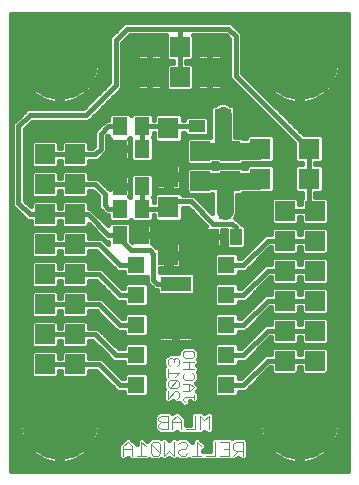
<source format=gbr>
G75*
G70*
%OFA0B0*%
%FSLAX24Y24*%
%IPPOS*%
%LPD*%
%AMOC8*
5,1,8,0,0,1.08239X$1,22.5*
%
%ADD10C,0.0030*%
%ADD11C,0.0040*%
%ADD12R,0.0512X0.0591*%
%ADD13R,0.0669X0.0709*%
%ADD14R,0.0709X0.0669*%
%ADD15R,0.0394X0.0551*%
%ADD16R,0.0551X0.0394*%
%ADD17R,0.0554X0.0554*%
%ADD18R,0.0650X0.0650*%
%ADD19C,0.2540*%
%ADD20R,0.1000X0.0500*%
%ADD21C,0.0560*%
%ADD22C,0.0160*%
D10*
X005795Y004097D02*
X006042Y004344D01*
X006104Y004344D01*
X006165Y004282D01*
X006165Y004158D01*
X006104Y004097D01*
X006295Y004102D02*
X006357Y004164D01*
X006665Y004164D01*
X006665Y004225D02*
X006665Y004102D01*
X006542Y004347D02*
X006295Y004347D01*
X006480Y004347D02*
X006480Y004594D01*
X006542Y004594D02*
X006295Y004594D01*
X006357Y004715D02*
X006295Y004777D01*
X006295Y004900D01*
X006357Y004962D01*
X006295Y005083D02*
X006665Y005083D01*
X006604Y004962D02*
X006665Y004900D01*
X006665Y004777D01*
X006604Y004715D01*
X006357Y004715D01*
X006165Y004650D02*
X006165Y004527D01*
X006104Y004465D01*
X005857Y004465D01*
X006104Y004712D01*
X005857Y004712D01*
X005795Y004650D01*
X005795Y004527D01*
X005857Y004465D01*
X005795Y004344D02*
X005795Y004097D01*
X006165Y004650D02*
X006104Y004712D01*
X006042Y004833D02*
X006165Y004957D01*
X005795Y004957D01*
X005795Y005080D02*
X005795Y004833D01*
X005857Y005202D02*
X005795Y005263D01*
X005795Y005387D01*
X005857Y005449D01*
X005918Y005449D01*
X005980Y005387D01*
X005980Y005325D01*
X005980Y005387D02*
X006042Y005449D01*
X006104Y005449D01*
X006165Y005387D01*
X006165Y005263D01*
X006104Y005202D01*
X006295Y005330D02*
X006665Y005330D01*
X006604Y005452D02*
X006357Y005452D01*
X006295Y005513D01*
X006295Y005637D01*
X006357Y005699D01*
X006604Y005699D01*
X006665Y005637D01*
X006665Y005513D01*
X006604Y005452D01*
X006480Y005330D02*
X006480Y005083D01*
X006542Y004594D02*
X006665Y004470D01*
X006542Y004347D01*
X006295Y004102D02*
X006295Y004040D01*
X006357Y003978D01*
D11*
X006086Y003535D02*
X005932Y003382D01*
X005932Y003075D01*
X005779Y003075D02*
X005779Y003535D01*
X005549Y003535D01*
X005472Y003459D01*
X005472Y003382D01*
X005549Y003305D01*
X005779Y003305D01*
X005932Y003305D02*
X006239Y003305D01*
X006239Y003382D02*
X006239Y003075D01*
X006393Y003075D02*
X006700Y003075D01*
X006700Y003535D01*
X006853Y003535D02*
X006853Y003075D01*
X007007Y003382D02*
X006853Y003535D01*
X007007Y003382D02*
X007160Y003535D01*
X007160Y003075D01*
X007364Y002660D02*
X007364Y002200D01*
X007057Y002200D01*
X006904Y002200D02*
X006597Y002200D01*
X006750Y002200D02*
X006750Y002660D01*
X006904Y002507D01*
X006443Y002507D02*
X006367Y002430D01*
X006213Y002430D01*
X006137Y002353D01*
X006137Y002277D01*
X006213Y002200D01*
X006367Y002200D01*
X006443Y002277D01*
X006443Y002507D02*
X006443Y002584D01*
X006367Y002660D01*
X006213Y002660D01*
X006137Y002584D01*
X005983Y002660D02*
X005983Y002200D01*
X005830Y002353D01*
X005676Y002200D01*
X005676Y002660D01*
X005523Y002584D02*
X005446Y002660D01*
X005292Y002660D01*
X005216Y002584D01*
X005523Y002277D01*
X005446Y002200D01*
X005292Y002200D01*
X005216Y002277D01*
X005216Y002584D01*
X005062Y002507D02*
X004909Y002660D01*
X004909Y002200D01*
X005062Y002200D02*
X004755Y002200D01*
X004602Y002200D02*
X004602Y002507D01*
X004448Y002660D01*
X004295Y002507D01*
X004295Y002200D01*
X004295Y002430D02*
X004602Y002430D01*
X005472Y003152D02*
X005549Y003075D01*
X005779Y003075D01*
X005549Y003305D02*
X005472Y003228D01*
X005472Y003152D01*
X005523Y002584D02*
X005523Y002277D01*
X006239Y003382D02*
X006086Y003535D01*
X007518Y002660D02*
X007825Y002660D01*
X007825Y002200D01*
X007518Y002200D01*
X007671Y002430D02*
X007825Y002430D01*
X007978Y002430D02*
X008055Y002353D01*
X008285Y002353D01*
X008285Y002200D02*
X008285Y002660D01*
X008055Y002660D01*
X007978Y002584D01*
X007978Y002430D01*
X008132Y002353D02*
X007978Y002200D01*
D12*
X004929Y009555D03*
X004929Y010430D03*
X004929Y011180D03*
X004181Y011180D03*
X004181Y010430D03*
X004181Y009555D03*
X004181Y012430D03*
X004181Y013180D03*
X004929Y013180D03*
X004929Y012430D03*
D13*
X005805Y013112D03*
X005805Y011498D03*
X005805Y010487D03*
X005805Y008873D03*
D14*
X008873Y011430D03*
X008873Y012430D03*
X010487Y012430D03*
X010487Y011430D03*
D15*
X008054Y009497D03*
X007680Y010363D03*
X007306Y009497D03*
D16*
X006747Y013181D03*
X006747Y013929D03*
X007613Y013555D03*
D17*
X007743Y008555D03*
X007743Y007555D03*
X007743Y006555D03*
X007743Y005555D03*
X007743Y004555D03*
X004743Y004555D03*
X004743Y005555D03*
X004743Y006555D03*
X004743Y007555D03*
X004743Y008555D03*
D18*
X002680Y008243D03*
X002680Y009243D03*
X002680Y010243D03*
X002680Y011243D03*
X002680Y012243D03*
X001680Y012243D03*
X001680Y011243D03*
X001680Y010243D03*
X001680Y009243D03*
X001680Y008243D03*
X001680Y007243D03*
X001680Y006243D03*
X001680Y005243D03*
X002680Y005243D03*
X002680Y006243D03*
X002680Y007243D03*
X006868Y011368D03*
X006868Y012368D03*
X007868Y012368D03*
X007868Y011368D03*
X009680Y010368D03*
X009680Y009368D03*
X009680Y008368D03*
X009680Y007368D03*
X009680Y006368D03*
X009680Y005368D03*
X010680Y005368D03*
X010680Y006368D03*
X010680Y007368D03*
X010680Y008368D03*
X010680Y009368D03*
X010680Y010368D03*
X007180Y014805D03*
X007180Y015805D03*
X006180Y015805D03*
X006180Y014805D03*
X005180Y014805D03*
X005180Y015805D03*
D19*
X002180Y015305D03*
X002180Y003305D03*
X010180Y003305D03*
X010180Y015305D03*
D20*
X006055Y007930D03*
X006055Y006305D03*
D21*
X007680Y010363D02*
X007680Y011180D01*
X007868Y011368D01*
X008810Y011368D01*
X008873Y011430D01*
X008810Y012368D02*
X008873Y012430D01*
X008810Y012368D02*
X007868Y012368D01*
X007743Y012368D01*
X007680Y012430D01*
X007613Y012497D01*
X007613Y013555D01*
X007868Y012368D02*
X006868Y012368D01*
X006868Y011368D02*
X007868Y011368D01*
D22*
X000560Y016925D02*
X000560Y001685D01*
X011800Y001685D01*
X011800Y016925D01*
X000560Y016925D01*
X000560Y016838D02*
X011800Y016838D01*
X011800Y016680D02*
X000560Y016680D01*
X000560Y016521D02*
X001591Y016521D01*
X001602Y016527D02*
X001485Y016464D01*
X001375Y016391D01*
X001272Y016306D01*
X001179Y016213D01*
X001094Y016110D01*
X001021Y016000D01*
X000958Y015883D01*
X000907Y015760D01*
X000869Y015633D01*
X000843Y015503D01*
X000831Y015385D01*
X002100Y015385D01*
X002100Y016654D01*
X001982Y016642D01*
X001852Y016616D01*
X001725Y016578D01*
X001602Y016527D01*
X001341Y016363D02*
X000560Y016363D01*
X000560Y016204D02*
X001171Y016204D01*
X001051Y016046D02*
X000560Y016046D01*
X000560Y015887D02*
X000960Y015887D01*
X000898Y015729D02*
X000560Y015729D01*
X000560Y015570D02*
X000856Y015570D01*
X000834Y015412D02*
X000560Y015412D01*
X000560Y015253D02*
X002100Y015253D01*
X002100Y015225D02*
X002100Y015385D01*
X002260Y015385D01*
X003529Y015385D01*
X003517Y015503D01*
X003491Y015633D01*
X003453Y015760D01*
X003402Y015883D01*
X003339Y016000D01*
X003266Y016110D01*
X003181Y016213D01*
X003088Y016306D01*
X002985Y016391D01*
X002875Y016464D01*
X002758Y016527D01*
X002635Y016578D01*
X002508Y016616D01*
X002378Y016642D01*
X002260Y016654D01*
X002260Y015385D01*
X002260Y015225D01*
X003529Y015225D01*
X003517Y015107D01*
X003491Y014977D01*
X003453Y014850D01*
X003402Y014727D01*
X003339Y014610D01*
X003266Y014500D01*
X003181Y014397D01*
X003088Y014304D01*
X002985Y014219D01*
X002875Y014146D01*
X002758Y014083D01*
X002635Y014032D01*
X002508Y013994D01*
X002378Y013968D01*
X002260Y013956D01*
X002260Y015225D01*
X002100Y015225D01*
X002100Y013956D01*
X001982Y013968D01*
X001852Y013994D01*
X001725Y014032D01*
X001602Y014083D01*
X001485Y014146D01*
X001375Y014219D01*
X001272Y014304D01*
X001179Y014397D01*
X001094Y014500D01*
X001021Y014610D01*
X000958Y014727D01*
X000907Y014850D01*
X000869Y014977D01*
X000843Y015107D01*
X000831Y015225D01*
X002100Y015225D01*
X002100Y015095D02*
X002260Y015095D01*
X002260Y015253D02*
X003835Y015253D01*
X003835Y015095D02*
X003515Y015095D01*
X003479Y014936D02*
X003835Y014936D01*
X003835Y014778D02*
X003423Y014778D01*
X003344Y014619D02*
X003808Y014619D01*
X003835Y014646D02*
X002964Y013775D01*
X001089Y013775D01*
X000714Y013400D01*
X000585Y013271D01*
X000585Y010526D01*
X001089Y010023D01*
X000560Y010023D01*
X000560Y010181D02*
X000930Y010181D01*
X000772Y010340D02*
X000560Y010340D01*
X000560Y010498D02*
X000613Y010498D01*
X000585Y010657D02*
X000560Y010657D01*
X000560Y010815D02*
X000585Y010815D01*
X000585Y010974D02*
X000560Y010974D01*
X000560Y011132D02*
X000585Y011132D01*
X000585Y011291D02*
X000560Y011291D01*
X000560Y011449D02*
X000585Y011449D01*
X000585Y011608D02*
X000560Y011608D01*
X000560Y011766D02*
X000585Y011766D01*
X000585Y011925D02*
X000560Y011925D01*
X000560Y012083D02*
X000585Y012083D01*
X000585Y012242D02*
X000560Y012242D01*
X000560Y012400D02*
X000585Y012400D01*
X000585Y012559D02*
X000560Y012559D01*
X000560Y012717D02*
X000585Y012717D01*
X000585Y012876D02*
X000560Y012876D01*
X000560Y013034D02*
X000585Y013034D01*
X000585Y013193D02*
X000560Y013193D01*
X000560Y013351D02*
X000665Y013351D01*
X000560Y013510D02*
X000823Y013510D01*
X000982Y013668D02*
X000560Y013668D01*
X000560Y013827D02*
X003015Y013827D01*
X003174Y013985D02*
X002464Y013985D01*
X002260Y013985D02*
X002100Y013985D01*
X002100Y014144D02*
X002260Y014144D01*
X002260Y014302D02*
X002100Y014302D01*
X002100Y014461D02*
X002260Y014461D01*
X002260Y014619D02*
X002100Y014619D01*
X002100Y014778D02*
X002260Y014778D01*
X002260Y014936D02*
X002100Y014936D01*
X002100Y015412D02*
X002260Y015412D01*
X002260Y015570D02*
X002100Y015570D01*
X002100Y015729D02*
X002260Y015729D01*
X002260Y015887D02*
X002100Y015887D01*
X002100Y016046D02*
X002260Y016046D01*
X002260Y016204D02*
X002100Y016204D01*
X002100Y016363D02*
X002260Y016363D01*
X002260Y016521D02*
X002100Y016521D01*
X002769Y016521D02*
X004210Y016521D01*
X004339Y016650D02*
X003835Y016146D01*
X003835Y014646D01*
X004055Y014555D02*
X004055Y016055D01*
X004430Y016430D01*
X006180Y016430D01*
X006180Y015805D01*
X006180Y014805D01*
X006645Y014778D02*
X006775Y014778D01*
X006775Y014797D02*
X006775Y014464D01*
X006787Y014435D01*
X006810Y014412D01*
X006839Y014400D01*
X007172Y014400D01*
X007172Y014797D01*
X006775Y014797D01*
X006775Y014813D02*
X007172Y014813D01*
X007172Y015210D01*
X006839Y015210D01*
X006810Y015198D01*
X006787Y015175D01*
X006775Y015146D01*
X006775Y014813D01*
X006775Y014936D02*
X006645Y014936D01*
X006645Y015095D02*
X006775Y015095D01*
X006645Y015188D02*
X006563Y015270D01*
X006400Y015270D01*
X006400Y015340D01*
X006563Y015340D01*
X006645Y015422D01*
X006645Y016188D01*
X006623Y016210D01*
X007714Y016210D01*
X007835Y016089D01*
X007835Y014771D01*
X009993Y012613D01*
X009993Y012037D01*
X010075Y011955D01*
X010267Y011955D01*
X010267Y011905D01*
X010075Y011905D01*
X009993Y011823D01*
X009993Y011037D01*
X010075Y010955D01*
X010267Y010955D01*
X010267Y010803D01*
X010215Y010750D01*
X010215Y010587D01*
X010145Y010587D01*
X010145Y010750D01*
X010063Y010832D01*
X009297Y010832D01*
X009215Y010750D01*
X009215Y009985D01*
X009297Y009903D01*
X010063Y009903D01*
X010145Y009985D01*
X010145Y010148D01*
X010215Y010148D01*
X010215Y009985D01*
X010297Y009903D01*
X011063Y009903D01*
X011145Y009985D01*
X011145Y010750D01*
X011063Y010832D01*
X010707Y010832D01*
X010707Y010955D01*
X010899Y010955D01*
X010981Y011037D01*
X010981Y011823D01*
X010899Y011905D01*
X010707Y011905D01*
X010707Y011955D01*
X010899Y011955D01*
X010981Y012037D01*
X010981Y012823D01*
X010899Y012905D01*
X010324Y012905D01*
X008275Y014953D01*
X008275Y016271D01*
X008146Y016400D01*
X008025Y016521D01*
X009591Y016521D01*
X009602Y016527D02*
X009485Y016464D01*
X009375Y016391D01*
X009272Y016306D01*
X009179Y016213D01*
X009094Y016110D01*
X009021Y016000D01*
X008958Y015883D01*
X008907Y015760D01*
X008869Y015633D01*
X008843Y015503D01*
X008831Y015385D01*
X010100Y015385D01*
X010100Y016654D01*
X009982Y016642D01*
X009852Y016616D01*
X009725Y016578D01*
X009602Y016527D01*
X009341Y016363D02*
X008184Y016363D01*
X008275Y016204D02*
X009171Y016204D01*
X009051Y016046D02*
X008275Y016046D01*
X008275Y015887D02*
X008960Y015887D01*
X008898Y015729D02*
X008275Y015729D01*
X008275Y015570D02*
X008856Y015570D01*
X008834Y015412D02*
X008275Y015412D01*
X008275Y015253D02*
X010100Y015253D01*
X010100Y015225D02*
X010100Y015385D01*
X010260Y015385D01*
X011529Y015385D01*
X011517Y015503D01*
X011491Y015633D01*
X011453Y015760D01*
X011402Y015883D01*
X011339Y016000D01*
X011266Y016110D01*
X011181Y016213D01*
X011088Y016306D01*
X010985Y016391D01*
X010875Y016464D01*
X010758Y016527D01*
X010635Y016578D01*
X010508Y016616D01*
X010378Y016642D01*
X010260Y016654D01*
X010260Y015385D01*
X010260Y015225D01*
X011529Y015225D01*
X011517Y015107D01*
X011491Y014977D01*
X011453Y014850D01*
X011402Y014727D01*
X011339Y014610D01*
X011266Y014500D01*
X011181Y014397D01*
X011088Y014304D01*
X010985Y014219D01*
X010875Y014146D01*
X010758Y014083D01*
X010635Y014032D01*
X010508Y013994D01*
X010378Y013968D01*
X010260Y013956D01*
X010260Y015225D01*
X010100Y015225D01*
X010100Y013956D01*
X009982Y013968D01*
X009852Y013994D01*
X009725Y014032D01*
X009602Y014083D01*
X009485Y014146D01*
X009375Y014219D01*
X009272Y014304D01*
X009179Y014397D01*
X009094Y014500D01*
X009021Y014610D01*
X008958Y014727D01*
X008907Y014850D01*
X008869Y014977D01*
X008843Y015107D01*
X008831Y015225D01*
X010100Y015225D01*
X010100Y015095D02*
X010260Y015095D01*
X010260Y015253D02*
X011800Y015253D01*
X011800Y015095D02*
X011515Y015095D01*
X011479Y014936D02*
X011800Y014936D01*
X011800Y014778D02*
X011423Y014778D01*
X011344Y014619D02*
X011800Y014619D01*
X011800Y014461D02*
X011233Y014461D01*
X011086Y014302D02*
X011800Y014302D01*
X011800Y014144D02*
X010871Y014144D01*
X010464Y013985D02*
X011800Y013985D01*
X011800Y013827D02*
X009402Y013827D01*
X009243Y013985D02*
X009896Y013985D01*
X010100Y013985D02*
X010260Y013985D01*
X010260Y014144D02*
X010100Y014144D01*
X010100Y014302D02*
X010260Y014302D01*
X010260Y014461D02*
X010100Y014461D01*
X010100Y014619D02*
X010260Y014619D01*
X010260Y014778D02*
X010100Y014778D01*
X010100Y014936D02*
X010260Y014936D01*
X010260Y015412D02*
X010100Y015412D01*
X010100Y015570D02*
X010260Y015570D01*
X010260Y015729D02*
X010100Y015729D01*
X010100Y015887D02*
X010260Y015887D01*
X010260Y016046D02*
X010100Y016046D01*
X010100Y016204D02*
X010260Y016204D01*
X010260Y016363D02*
X010100Y016363D01*
X010100Y016521D02*
X010260Y016521D01*
X010769Y016521D02*
X011800Y016521D01*
X011800Y016363D02*
X011019Y016363D01*
X011189Y016204D02*
X011800Y016204D01*
X011800Y016046D02*
X011309Y016046D01*
X011400Y015887D02*
X011800Y015887D01*
X011800Y015729D02*
X011462Y015729D01*
X011504Y015570D02*
X011800Y015570D01*
X011800Y015412D02*
X011526Y015412D01*
X011800Y013668D02*
X009560Y013668D01*
X009719Y013510D02*
X011800Y013510D01*
X011800Y013351D02*
X009877Y013351D01*
X010036Y013193D02*
X011800Y013193D01*
X011800Y013034D02*
X010194Y013034D01*
X009889Y012717D02*
X009367Y012717D01*
X009367Y012823D02*
X009285Y012905D01*
X008461Y012905D01*
X008379Y012823D01*
X008379Y012787D01*
X008295Y012787D01*
X008250Y012832D01*
X008033Y012832D01*
X008033Y013639D01*
X008029Y013649D01*
X008029Y013810D01*
X007947Y013892D01*
X007870Y013892D01*
X007851Y013911D01*
X007697Y013975D01*
X007530Y013975D01*
X007375Y013911D01*
X007356Y013892D01*
X007279Y013892D01*
X007197Y013810D01*
X007197Y013649D01*
X007193Y013639D01*
X007193Y012832D01*
X006485Y012832D01*
X006403Y012750D01*
X006403Y011985D01*
X006485Y011903D01*
X007250Y011903D01*
X007295Y011948D01*
X007440Y011948D01*
X007485Y011903D01*
X008250Y011903D01*
X008295Y011948D01*
X008894Y011948D01*
X008913Y011955D01*
X009285Y011955D01*
X009367Y012037D01*
X009367Y012823D01*
X009314Y012876D02*
X009730Y012876D01*
X009572Y013034D02*
X008033Y013034D01*
X008033Y012876D02*
X008431Y012876D01*
X008033Y013193D02*
X009413Y013193D01*
X009255Y013351D02*
X008033Y013351D01*
X008033Y013510D02*
X009096Y013510D01*
X008938Y013668D02*
X008029Y013668D01*
X008012Y013827D02*
X008779Y013827D01*
X008621Y013985D02*
X007103Y013985D01*
X007103Y013947D02*
X007103Y014142D01*
X007090Y014171D01*
X007068Y014194D01*
X007038Y014206D01*
X006765Y014206D01*
X006765Y013947D01*
X007103Y013947D01*
X007103Y013911D02*
X006765Y013911D01*
X006765Y013947D01*
X006729Y013947D01*
X006729Y014206D01*
X006455Y014206D01*
X006426Y014194D01*
X006404Y014171D01*
X006391Y014142D01*
X006391Y013947D01*
X006728Y013947D01*
X006728Y013911D01*
X006391Y013911D01*
X006391Y013716D01*
X006404Y013687D01*
X006426Y013664D01*
X006455Y013652D01*
X006729Y013652D01*
X006729Y013911D01*
X006765Y013911D01*
X006765Y013652D01*
X007038Y013652D01*
X007068Y013664D01*
X007090Y013687D01*
X007103Y013716D01*
X007103Y013911D01*
X007103Y013827D02*
X007214Y013827D01*
X007197Y013668D02*
X007072Y013668D01*
X007081Y013518D02*
X006413Y013518D01*
X006331Y013436D01*
X006331Y013401D01*
X006280Y013401D01*
X006280Y013524D01*
X006198Y013606D01*
X005412Y013606D01*
X005330Y013524D01*
X005330Y013400D01*
X005325Y013400D01*
X005325Y013533D01*
X005243Y013615D01*
X004615Y013615D01*
X004555Y013555D01*
X004495Y013615D01*
X003867Y013615D01*
X003785Y013533D01*
X003785Y013400D01*
X003714Y013400D01*
X003464Y013150D01*
X003335Y013021D01*
X003335Y012521D01*
X003276Y012462D01*
X003145Y012462D01*
X003145Y012625D01*
X003063Y012707D01*
X002297Y012707D01*
X002215Y012625D01*
X002215Y012462D01*
X002145Y012462D01*
X002145Y012625D01*
X002063Y012707D01*
X001297Y012707D01*
X001215Y012625D01*
X001215Y011860D01*
X001297Y011778D01*
X002063Y011778D01*
X002145Y011860D01*
X002145Y012023D01*
X002215Y012023D01*
X002215Y011860D01*
X002297Y011778D01*
X003063Y011778D01*
X003145Y011860D01*
X003145Y012023D01*
X003459Y012023D01*
X003587Y012151D01*
X003775Y012339D01*
X003775Y012839D01*
X003785Y012849D01*
X003785Y012827D01*
X003853Y012759D01*
X003845Y012741D01*
X003845Y012478D01*
X004133Y012478D01*
X004133Y012382D01*
X004229Y012382D01*
X004229Y012478D01*
X004517Y012478D01*
X004517Y012741D01*
X004509Y012759D01*
X004533Y012783D01*
X004533Y012077D01*
X004615Y011995D01*
X005243Y011995D01*
X005325Y012077D01*
X005325Y012783D01*
X005303Y012805D01*
X005325Y012827D01*
X005325Y012960D01*
X005330Y012960D01*
X005330Y012700D01*
X005412Y012618D01*
X006198Y012618D01*
X006280Y012700D01*
X006280Y012961D01*
X006331Y012961D01*
X006331Y012926D01*
X006413Y012844D01*
X007081Y012844D01*
X007163Y012926D01*
X007163Y013436D01*
X007081Y013518D01*
X007089Y013510D02*
X007193Y013510D01*
X007193Y013351D02*
X007163Y013351D01*
X007163Y013193D02*
X007193Y013193D01*
X007193Y013034D02*
X007163Y013034D01*
X007193Y012876D02*
X007112Y012876D01*
X006747Y013181D02*
X005986Y013181D01*
X005805Y013112D01*
X005737Y013180D01*
X004929Y013180D01*
X004929Y012430D01*
X004533Y012400D02*
X004229Y012400D01*
X004229Y012382D02*
X004517Y012382D01*
X004517Y012119D01*
X004505Y012089D01*
X004482Y012067D01*
X004453Y012055D01*
X004229Y012055D01*
X004229Y012382D01*
X004181Y012430D02*
X004181Y011180D01*
X004229Y011228D02*
X004517Y011228D01*
X004517Y011491D01*
X004505Y011521D01*
X004482Y011543D01*
X004453Y011555D01*
X004229Y011555D01*
X004229Y011228D01*
X004229Y011132D01*
X004517Y011132D01*
X004533Y011132D01*
X004517Y011132D02*
X004517Y010869D01*
X004509Y010851D01*
X004533Y010827D01*
X004533Y011533D01*
X004615Y011615D01*
X005243Y011615D01*
X005325Y011533D01*
X005325Y010827D01*
X005303Y010805D01*
X005325Y010783D01*
X005325Y010650D01*
X005330Y010650D01*
X005330Y010899D01*
X005412Y010981D01*
X006198Y010981D01*
X006279Y010900D01*
X006646Y010900D01*
X006775Y010771D01*
X007260Y010286D01*
X007260Y010912D01*
X007250Y010903D01*
X006485Y010903D01*
X006403Y010985D01*
X006403Y011750D01*
X006485Y011832D01*
X007250Y011832D01*
X007295Y011787D01*
X007440Y011787D01*
X007485Y011832D01*
X008250Y011832D01*
X008295Y011787D01*
X008379Y011787D01*
X008379Y011823D01*
X008461Y011905D01*
X009285Y011905D01*
X009367Y011823D01*
X009367Y011037D01*
X009285Y010955D01*
X008913Y010955D01*
X008894Y010948D01*
X008295Y010948D01*
X008250Y010903D01*
X008100Y010903D01*
X008100Y010280D01*
X008039Y010132D01*
X008150Y010021D01*
X008259Y009913D01*
X008309Y009913D01*
X008391Y009831D01*
X008391Y009163D01*
X008309Y009081D01*
X007799Y009081D01*
X007717Y009163D01*
X007717Y009710D01*
X007583Y009710D01*
X007583Y009515D01*
X007324Y009515D01*
X007324Y009479D01*
X007583Y009479D01*
X007583Y009205D01*
X007571Y009176D01*
X007548Y009154D01*
X007519Y009141D01*
X007324Y009141D01*
X007324Y009478D01*
X007288Y009478D01*
X007288Y009141D01*
X007093Y009141D01*
X007064Y009154D01*
X007041Y009176D01*
X007029Y009205D01*
X007029Y009479D01*
X007288Y009479D01*
X007288Y009515D01*
X007029Y009515D01*
X007029Y009788D01*
X007041Y009818D01*
X007064Y009840D01*
X007078Y009846D01*
X006464Y010460D01*
X006280Y010460D01*
X006280Y010075D01*
X006198Y009993D01*
X005412Y009993D01*
X005330Y010075D01*
X005330Y010210D01*
X005325Y010210D01*
X005325Y010077D01*
X005243Y009995D01*
X004615Y009995D01*
X004555Y010055D01*
X004495Y009995D01*
X003867Y009995D01*
X003785Y010077D01*
X003785Y010210D01*
X003714Y010210D01*
X003589Y010335D01*
X003460Y010464D01*
X003460Y010839D01*
X003276Y011023D01*
X003145Y011023D01*
X003145Y010860D01*
X003063Y010778D01*
X002297Y010778D01*
X002215Y010860D01*
X002215Y011023D01*
X002145Y011023D01*
X002145Y010860D01*
X002063Y010778D01*
X001297Y010778D01*
X001215Y010860D01*
X001215Y011625D01*
X001297Y011707D01*
X002063Y011707D01*
X002145Y011625D01*
X002145Y011462D01*
X002215Y011462D01*
X002215Y011625D01*
X002297Y011707D01*
X003063Y011707D01*
X003145Y011625D01*
X003145Y011462D01*
X003459Y011462D01*
X003587Y011334D01*
X003845Y011076D01*
X003845Y011132D01*
X003789Y011132D01*
X003845Y011132D02*
X004133Y011132D01*
X004133Y011228D01*
X004133Y011555D01*
X003909Y011555D01*
X003880Y011543D01*
X003857Y011521D01*
X003845Y011491D01*
X003845Y011228D01*
X004133Y011228D01*
X004229Y011228D01*
X004229Y011291D02*
X004133Y011291D01*
X004133Y011449D02*
X004229Y011449D01*
X004517Y011449D02*
X004533Y011449D01*
X004517Y011291D02*
X004533Y011291D01*
X004517Y010974D02*
X004533Y010974D01*
X004929Y011179D02*
X004929Y010430D01*
X005748Y010430D01*
X005805Y010487D01*
X005805Y010555D01*
X005930Y010680D01*
X006555Y010680D01*
X007305Y009930D01*
X007930Y009930D01*
X008054Y009806D01*
X008054Y009497D01*
X008391Y009547D02*
X008986Y009547D01*
X009026Y009587D02*
X008898Y009459D01*
X008214Y008775D01*
X008160Y008775D01*
X008160Y008890D01*
X008078Y008972D01*
X007407Y008972D01*
X007325Y008890D01*
X007325Y008220D01*
X007407Y008138D01*
X008078Y008138D01*
X008160Y008220D01*
X008160Y008335D01*
X008396Y008335D01*
X009209Y009148D01*
X009215Y009148D01*
X009215Y008985D01*
X009297Y008903D01*
X010063Y008903D01*
X010145Y008985D01*
X010145Y009148D01*
X010215Y009148D01*
X010215Y008985D01*
X010297Y008903D01*
X011063Y008903D01*
X011145Y008985D01*
X011145Y009750D01*
X011063Y009832D01*
X010297Y009832D01*
X010215Y009750D01*
X010215Y009587D01*
X010145Y009587D01*
X010145Y009750D01*
X010063Y009832D01*
X009297Y009832D01*
X009215Y009750D01*
X009215Y009587D01*
X009026Y009587D01*
X009215Y009706D02*
X008391Y009706D01*
X008357Y009864D02*
X011800Y009864D01*
X011800Y009706D02*
X011145Y009706D01*
X011145Y009547D02*
X011800Y009547D01*
X011800Y009389D02*
X011145Y009389D01*
X011145Y009230D02*
X011800Y009230D01*
X011800Y009072D02*
X011145Y009072D01*
X011074Y008913D02*
X011800Y008913D01*
X011800Y008755D02*
X011141Y008755D01*
X011145Y008750D02*
X011063Y008832D01*
X010297Y008832D01*
X010215Y008750D01*
X010215Y008587D01*
X010145Y008587D01*
X010145Y008750D01*
X010063Y008832D01*
X009297Y008832D01*
X009215Y008750D01*
X009215Y008587D01*
X009026Y008587D01*
X008898Y008459D01*
X008214Y007775D01*
X008160Y007775D01*
X008160Y007890D01*
X008078Y007972D01*
X007407Y007972D01*
X007325Y007890D01*
X007325Y007220D01*
X007407Y007138D01*
X008078Y007138D01*
X008160Y007220D01*
X008160Y007335D01*
X008396Y007335D01*
X009209Y008148D01*
X009215Y008148D01*
X009215Y007985D01*
X009297Y007903D01*
X010063Y007903D01*
X010145Y007985D01*
X010145Y008148D01*
X010215Y008148D01*
X010215Y007985D01*
X010297Y007903D01*
X011063Y007903D01*
X011145Y007985D01*
X011145Y008750D01*
X011145Y008596D02*
X011800Y008596D01*
X011800Y008438D02*
X011145Y008438D01*
X011145Y008279D02*
X011800Y008279D01*
X011800Y008121D02*
X011145Y008121D01*
X011123Y007962D02*
X011800Y007962D01*
X011800Y007804D02*
X011092Y007804D01*
X011063Y007832D02*
X010297Y007832D01*
X010215Y007750D01*
X010215Y007587D01*
X010145Y007587D01*
X010145Y007750D01*
X010063Y007832D01*
X009297Y007832D01*
X009215Y007750D01*
X009215Y007587D01*
X009026Y007587D01*
X008898Y007459D01*
X008214Y006775D01*
X008160Y006775D01*
X008160Y006890D01*
X008078Y006972D01*
X007407Y006972D01*
X007325Y006890D01*
X007325Y006220D01*
X007407Y006138D01*
X008078Y006138D01*
X008160Y006220D01*
X008160Y006335D01*
X008396Y006335D01*
X009209Y007148D01*
X009215Y007148D01*
X009215Y006985D01*
X009297Y006903D01*
X010063Y006903D01*
X010145Y006985D01*
X010145Y007148D01*
X010215Y007148D01*
X010215Y006985D01*
X010297Y006903D01*
X011063Y006903D01*
X011145Y006985D01*
X011145Y007750D01*
X011063Y007832D01*
X011145Y007645D02*
X011800Y007645D01*
X011800Y007487D02*
X011145Y007487D01*
X011145Y007328D02*
X011800Y007328D01*
X011800Y007170D02*
X011145Y007170D01*
X011145Y007011D02*
X011800Y007011D01*
X011800Y006853D02*
X008914Y006853D01*
X009072Y007011D02*
X009215Y007011D01*
X009297Y006832D02*
X009215Y006750D01*
X009215Y006587D01*
X009026Y006587D01*
X008898Y006459D01*
X008214Y005775D01*
X008160Y005775D01*
X008160Y005890D01*
X008078Y005972D01*
X007407Y005972D01*
X007325Y005890D01*
X007325Y005220D01*
X007407Y005138D01*
X008078Y005138D01*
X008160Y005220D01*
X008160Y005335D01*
X008396Y005335D01*
X009209Y006148D01*
X009215Y006148D01*
X009215Y005985D01*
X009297Y005903D01*
X010063Y005903D01*
X010145Y005985D01*
X010145Y006148D01*
X010215Y006148D01*
X010215Y005985D01*
X010297Y005903D01*
X011063Y005903D01*
X011145Y005985D01*
X011145Y006750D01*
X011063Y006832D01*
X010297Y006832D01*
X010215Y006750D01*
X010215Y006587D01*
X010145Y006587D01*
X010145Y006750D01*
X010063Y006832D01*
X009297Y006832D01*
X009215Y006694D02*
X008755Y006694D01*
X008597Y006536D02*
X008974Y006536D01*
X009118Y006368D02*
X009680Y006368D01*
X010680Y006368D01*
X011145Y006377D02*
X011800Y006377D01*
X011800Y006219D02*
X011145Y006219D01*
X011145Y006060D02*
X011800Y006060D01*
X011800Y005902D02*
X008963Y005902D01*
X009121Y006060D02*
X009215Y006060D01*
X009297Y005832D02*
X009215Y005750D01*
X009215Y005587D01*
X009026Y005587D01*
X008898Y005459D01*
X008214Y004775D01*
X008160Y004775D01*
X008160Y004890D01*
X008078Y004972D01*
X007407Y004972D01*
X007325Y004890D01*
X007325Y004220D01*
X007407Y004138D01*
X008078Y004138D01*
X008160Y004220D01*
X008160Y004335D01*
X008396Y004335D01*
X009209Y005148D01*
X009215Y005148D01*
X009215Y004985D01*
X009297Y004903D01*
X010063Y004903D01*
X010145Y004985D01*
X010145Y005148D01*
X010215Y005148D01*
X010215Y004985D01*
X010297Y004903D01*
X011063Y004903D01*
X011145Y004985D01*
X011145Y005750D01*
X011063Y005832D01*
X010297Y005832D01*
X010215Y005750D01*
X010215Y005587D01*
X010145Y005587D01*
X010145Y005750D01*
X010063Y005832D01*
X009297Y005832D01*
X009215Y005743D02*
X008804Y005743D01*
X008646Y005585D02*
X009023Y005585D01*
X008865Y005426D02*
X008487Y005426D01*
X008305Y005555D02*
X009118Y006368D01*
X008816Y006377D02*
X008438Y006377D01*
X008305Y006555D02*
X009118Y007368D01*
X009180Y007368D01*
X009680Y007368D01*
X010680Y007368D01*
X010215Y007645D02*
X010145Y007645D01*
X010092Y007804D02*
X010268Y007804D01*
X010237Y007962D02*
X010123Y007962D01*
X010145Y008121D02*
X010215Y008121D01*
X010215Y008596D02*
X010145Y008596D01*
X010141Y008755D02*
X010219Y008755D01*
X010286Y008913D02*
X010074Y008913D01*
X010145Y009072D02*
X010215Y009072D01*
X010680Y009368D02*
X009680Y009368D01*
X009118Y009368D01*
X008305Y008555D01*
X007743Y008555D01*
X007325Y008596D02*
X006220Y008596D01*
X006220Y008503D02*
X006220Y008793D01*
X005885Y008793D01*
X005885Y008953D01*
X005725Y008953D01*
X005725Y009307D01*
X005454Y009307D01*
X005425Y009295D01*
X005403Y009273D01*
X005390Y009243D01*
X005390Y009156D01*
X005271Y009275D01*
X005265Y009275D01*
X005265Y009507D01*
X004977Y009507D01*
X004977Y009603D01*
X004881Y009603D01*
X004881Y009507D01*
X004593Y009507D01*
X004593Y009328D01*
X004577Y009344D01*
X004577Y009908D01*
X004495Y009990D01*
X003867Y009990D01*
X003785Y009908D01*
X003785Y009886D01*
X003209Y010462D01*
X003145Y010462D01*
X003145Y010625D01*
X003063Y010707D01*
X002297Y010707D01*
X002215Y010625D01*
X002215Y010462D01*
X002145Y010462D01*
X002145Y010625D01*
X002063Y010707D01*
X001297Y010707D01*
X001215Y010625D01*
X001215Y010519D01*
X001025Y010709D01*
X001025Y013089D01*
X001271Y013335D01*
X003146Y013335D01*
X004146Y014335D01*
X004275Y014464D01*
X004275Y015964D01*
X004521Y016210D01*
X005737Y016210D01*
X005715Y016188D01*
X005715Y015422D01*
X005797Y015340D01*
X005960Y015340D01*
X005960Y015270D01*
X005797Y015270D01*
X005715Y015188D01*
X005715Y014422D01*
X005797Y014340D01*
X006563Y014340D01*
X006645Y014422D01*
X006645Y015188D01*
X006580Y015253D02*
X007835Y015253D01*
X007835Y015095D02*
X007585Y015095D01*
X007585Y015146D02*
X007573Y015175D01*
X007550Y015198D01*
X007521Y015210D01*
X007188Y015210D01*
X007188Y014813D01*
X007172Y014813D01*
X007172Y014797D01*
X007188Y014797D01*
X007188Y014813D01*
X007585Y014813D01*
X007585Y015146D01*
X007585Y014936D02*
X007835Y014936D01*
X007835Y014778D02*
X007585Y014778D01*
X007585Y014797D02*
X007188Y014797D01*
X007188Y014400D01*
X007521Y014400D01*
X007550Y014412D01*
X007573Y014435D01*
X007585Y014464D01*
X007585Y014797D01*
X007585Y014619D02*
X007987Y014619D01*
X008145Y014461D02*
X007584Y014461D01*
X007188Y014461D02*
X007172Y014461D01*
X007172Y014619D02*
X007188Y014619D01*
X007172Y014778D02*
X007188Y014778D01*
X007172Y014936D02*
X007188Y014936D01*
X007172Y015095D02*
X007188Y015095D01*
X007188Y015400D02*
X007521Y015400D01*
X007550Y015412D01*
X007573Y015435D01*
X007585Y015464D01*
X007585Y015797D01*
X007188Y015797D01*
X007188Y015813D01*
X007172Y015813D01*
X007172Y016210D01*
X006839Y016210D01*
X006810Y016198D01*
X006787Y016175D01*
X006775Y016146D01*
X006775Y015813D01*
X007172Y015813D01*
X007172Y015797D01*
X006775Y015797D01*
X006775Y015464D01*
X006787Y015435D01*
X006810Y015412D01*
X006839Y015400D01*
X007172Y015400D01*
X007172Y015797D01*
X007188Y015797D01*
X007188Y015400D01*
X007188Y015412D02*
X007172Y015412D01*
X007172Y015570D02*
X007188Y015570D01*
X007172Y015729D02*
X007188Y015729D01*
X007188Y015813D02*
X007585Y015813D01*
X007585Y016146D01*
X007573Y016175D01*
X007550Y016198D01*
X007521Y016210D01*
X007188Y016210D01*
X007188Y015813D01*
X007188Y015887D02*
X007172Y015887D01*
X007172Y016046D02*
X007188Y016046D01*
X007172Y016204D02*
X007188Y016204D01*
X007535Y016204D02*
X007720Y016204D01*
X007835Y016046D02*
X007585Y016046D01*
X007585Y015887D02*
X007835Y015887D01*
X007835Y015729D02*
X007585Y015729D01*
X007585Y015570D02*
X007835Y015570D01*
X007835Y015412D02*
X007549Y015412D01*
X008055Y014862D02*
X010487Y012430D01*
X010487Y011430D01*
X010487Y010425D01*
X010430Y010368D01*
X010680Y010368D01*
X010430Y010368D02*
X009680Y010368D01*
X010145Y010657D02*
X010215Y010657D01*
X010267Y010815D02*
X010080Y010815D01*
X010057Y010974D02*
X009303Y010974D01*
X009280Y010815D02*
X008100Y010815D01*
X008100Y010657D02*
X009215Y010657D01*
X009215Y010498D02*
X008100Y010498D01*
X008100Y010340D02*
X009215Y010340D01*
X009215Y010181D02*
X008059Y010181D01*
X008149Y010023D02*
X009215Y010023D01*
X008827Y009389D02*
X008391Y009389D01*
X008391Y009230D02*
X008669Y009230D01*
X008510Y009072D02*
X006220Y009072D01*
X006220Y008953D02*
X006220Y009243D01*
X006207Y009273D01*
X006185Y009295D01*
X006156Y009307D01*
X005885Y009307D01*
X005885Y008953D01*
X006220Y008953D01*
X006220Y008755D02*
X007325Y008755D01*
X007348Y008913D02*
X005885Y008913D01*
X005885Y008793D02*
X005885Y008439D01*
X006156Y008439D01*
X006185Y008451D01*
X006207Y008473D01*
X006220Y008503D01*
X005885Y008596D02*
X005725Y008596D01*
X005725Y008439D02*
X005725Y008793D01*
X005885Y008793D01*
X005885Y008755D02*
X005725Y008755D01*
X005725Y008439D02*
X005525Y008439D01*
X005525Y008320D01*
X006613Y008320D01*
X006695Y008238D01*
X006695Y007622D01*
X006613Y007540D01*
X005497Y007540D01*
X005415Y007622D01*
X005415Y007710D01*
X005339Y007710D01*
X005210Y007839D01*
X005160Y007889D01*
X005160Y007220D01*
X005078Y007138D01*
X004407Y007138D01*
X004325Y007220D01*
X004325Y007335D01*
X004089Y007335D01*
X003401Y008023D01*
X003145Y008023D01*
X003145Y007860D01*
X003063Y007778D01*
X002297Y007778D01*
X002215Y007860D01*
X002215Y008023D01*
X002145Y008023D01*
X002145Y007860D01*
X002063Y007778D01*
X001297Y007778D01*
X001215Y007860D01*
X001215Y008625D01*
X001297Y008707D01*
X002063Y008707D01*
X002145Y008625D01*
X002145Y008462D01*
X002215Y008462D01*
X002215Y008625D01*
X002297Y008707D01*
X003063Y008707D01*
X003145Y008625D01*
X003145Y008462D01*
X003584Y008462D01*
X003712Y008334D01*
X004271Y007775D01*
X004325Y007775D01*
X004325Y007890D01*
X004407Y007972D01*
X005078Y007972D01*
X005085Y007965D01*
X005085Y008145D01*
X005078Y008138D01*
X004407Y008138D01*
X004325Y008220D01*
X004325Y008335D01*
X004089Y008335D01*
X003401Y009023D01*
X003145Y009023D01*
X003145Y008860D01*
X003063Y008778D01*
X002297Y008778D01*
X002215Y008860D01*
X002215Y009023D01*
X002145Y009023D01*
X002145Y008860D01*
X002063Y008778D01*
X001297Y008778D01*
X001215Y008860D01*
X001215Y009625D01*
X001297Y009707D01*
X002063Y009707D01*
X002145Y009625D01*
X002145Y009462D01*
X002215Y009462D01*
X002215Y009625D01*
X002297Y009707D01*
X003063Y009707D01*
X003145Y009625D01*
X003145Y009462D01*
X003584Y009462D01*
X003712Y009334D01*
X003785Y009261D01*
X003785Y009335D01*
X003714Y009335D01*
X003585Y009464D01*
X003145Y009904D01*
X003145Y009860D01*
X003063Y009778D01*
X002297Y009778D01*
X002215Y009860D01*
X002215Y010023D01*
X002145Y010023D01*
X002145Y009860D01*
X002063Y009778D01*
X001297Y009778D01*
X001215Y009860D01*
X001215Y010023D01*
X001089Y010023D01*
X001215Y009864D02*
X000560Y009864D01*
X000560Y009706D02*
X001295Y009706D01*
X001215Y009547D02*
X000560Y009547D01*
X000560Y009389D02*
X001215Y009389D01*
X001215Y009230D02*
X000560Y009230D01*
X000560Y009072D02*
X001215Y009072D01*
X001215Y008913D02*
X000560Y008913D01*
X000560Y008755D02*
X003669Y008755D01*
X003511Y008913D02*
X003145Y008913D01*
X003145Y008596D02*
X003828Y008596D01*
X003986Y008438D02*
X003609Y008438D01*
X003767Y008279D02*
X004325Y008279D01*
X004180Y008555D02*
X003493Y009243D01*
X002680Y009243D01*
X001680Y009243D01*
X002145Y009547D02*
X002215Y009547D01*
X002295Y009706D02*
X002065Y009706D01*
X002145Y009864D02*
X002215Y009864D01*
X002680Y010243D02*
X003118Y010243D01*
X003805Y009555D01*
X004181Y009555D01*
X004181Y009429D01*
X004555Y009055D01*
X005180Y009055D01*
X005305Y008930D01*
X005305Y008055D01*
X005430Y007930D01*
X006055Y007930D01*
X005525Y008438D02*
X007325Y008438D01*
X007325Y008279D02*
X006654Y008279D01*
X006695Y008121D02*
X008559Y008121D01*
X008718Y008279D02*
X008160Y008279D01*
X008088Y007962D02*
X008401Y007962D01*
X008242Y007804D02*
X008160Y007804D01*
X008305Y007555D02*
X009118Y008368D01*
X009680Y008368D01*
X010680Y008368D01*
X010215Y009706D02*
X010145Y009706D01*
X010145Y010023D02*
X010215Y010023D01*
X009993Y011132D02*
X009367Y011132D01*
X009367Y011291D02*
X009993Y011291D01*
X009993Y011449D02*
X009367Y011449D01*
X009367Y011608D02*
X009993Y011608D01*
X009993Y011766D02*
X009367Y011766D01*
X009367Y012083D02*
X009993Y012083D01*
X009993Y012242D02*
X009367Y012242D01*
X009367Y012400D02*
X009993Y012400D01*
X009993Y012559D02*
X009367Y012559D01*
X010267Y011925D02*
X008273Y011925D01*
X007462Y011925D02*
X007273Y011925D01*
X007260Y010815D02*
X006731Y010815D01*
X006890Y010657D02*
X007260Y010657D01*
X007260Y010498D02*
X007048Y010498D01*
X007207Y010340D02*
X007260Y010340D01*
X006901Y010023D02*
X006227Y010023D01*
X006280Y010181D02*
X006743Y010181D01*
X006584Y010340D02*
X006280Y010340D01*
X006206Y010974D02*
X006413Y010974D01*
X006403Y011132D02*
X006220Y011132D01*
X006220Y011128D02*
X006220Y011418D01*
X005885Y011418D01*
X005885Y011578D01*
X005725Y011578D01*
X005725Y011932D01*
X005454Y011932D01*
X005425Y011920D01*
X005403Y011898D01*
X005390Y011868D01*
X005390Y011578D01*
X005725Y011578D01*
X005725Y011418D01*
X005390Y011418D01*
X005390Y011128D01*
X005403Y011098D01*
X005425Y011076D01*
X005454Y011064D01*
X005725Y011064D01*
X005725Y011418D01*
X005885Y011418D01*
X005885Y011064D01*
X006156Y011064D01*
X006185Y011076D01*
X006207Y011098D01*
X006220Y011128D01*
X006220Y011291D02*
X006403Y011291D01*
X006403Y011449D02*
X005885Y011449D01*
X005885Y011578D02*
X006220Y011578D01*
X006220Y011868D01*
X006207Y011898D01*
X006185Y011920D01*
X006156Y011932D01*
X005885Y011932D01*
X005885Y011578D01*
X005885Y011608D02*
X005725Y011608D01*
X005725Y011766D02*
X005885Y011766D01*
X005885Y011925D02*
X005725Y011925D01*
X005436Y011925D02*
X003145Y011925D01*
X003145Y011608D02*
X004607Y011608D01*
X004533Y012083D02*
X004498Y012083D01*
X004517Y012242D02*
X004533Y012242D01*
X004517Y012559D02*
X004533Y012559D01*
X004517Y012717D02*
X004533Y012717D01*
X004133Y012400D02*
X003775Y012400D01*
X003845Y012382D02*
X003845Y012119D01*
X003857Y012089D01*
X003880Y012067D01*
X003909Y012055D01*
X004133Y012055D01*
X004133Y012382D01*
X003845Y012382D01*
X003845Y012242D02*
X003678Y012242D01*
X003555Y012430D02*
X003368Y012243D01*
X002680Y012243D01*
X002868Y012243D01*
X002680Y012243D02*
X001680Y012243D01*
X001215Y012242D02*
X001025Y012242D01*
X001025Y012400D02*
X001215Y012400D01*
X001215Y012559D02*
X001025Y012559D01*
X001025Y012717D02*
X003335Y012717D01*
X003335Y012559D02*
X003145Y012559D01*
X003335Y012876D02*
X001025Y012876D01*
X001025Y013034D02*
X003348Y013034D01*
X003506Y013193D02*
X001129Y013193D01*
X000805Y013180D02*
X001180Y013555D01*
X003055Y013555D01*
X004055Y014555D01*
X004275Y014619D02*
X004775Y014619D01*
X004775Y014464D02*
X004775Y014797D01*
X005172Y014797D01*
X005172Y014813D01*
X005172Y015210D01*
X004839Y015210D01*
X004810Y015198D01*
X004787Y015175D01*
X004775Y015146D01*
X004775Y014813D01*
X005172Y014813D01*
X005188Y014813D01*
X005188Y015210D01*
X005521Y015210D01*
X005550Y015198D01*
X005573Y015175D01*
X005585Y015146D01*
X005585Y014813D01*
X005188Y014813D01*
X005188Y014797D01*
X005585Y014797D01*
X005585Y014464D01*
X005573Y014435D01*
X005550Y014412D01*
X005521Y014400D01*
X005188Y014400D01*
X005188Y014797D01*
X005172Y014797D01*
X005172Y014400D01*
X004839Y014400D01*
X004810Y014412D01*
X004787Y014435D01*
X004775Y014464D01*
X004776Y014461D02*
X004272Y014461D01*
X004113Y014302D02*
X008304Y014302D01*
X008462Y014144D02*
X007102Y014144D01*
X006765Y014144D02*
X006729Y014144D01*
X006729Y013985D02*
X006765Y013985D01*
X006765Y013827D02*
X006729Y013827D01*
X006729Y013668D02*
X006765Y013668D01*
X006422Y013668D02*
X003479Y013668D01*
X003321Y013510D02*
X003785Y013510D01*
X003665Y013351D02*
X003162Y013351D01*
X003555Y012930D02*
X003555Y012430D01*
X003775Y012559D02*
X003845Y012559D01*
X003845Y012717D02*
X003775Y012717D01*
X003555Y012930D02*
X003805Y013180D01*
X004181Y013180D01*
X003638Y013827D02*
X006391Y013827D01*
X006391Y013985D02*
X003796Y013985D01*
X003955Y014144D02*
X006392Y014144D01*
X006645Y014461D02*
X006776Y014461D01*
X006775Y014619D02*
X006645Y014619D01*
X006635Y015412D02*
X006811Y015412D01*
X006775Y015570D02*
X006645Y015570D01*
X006645Y015729D02*
X006775Y015729D01*
X006775Y015887D02*
X006645Y015887D01*
X006645Y016046D02*
X006775Y016046D01*
X006825Y016204D02*
X006629Y016204D01*
X006180Y016430D02*
X007805Y016430D01*
X008055Y016180D01*
X008055Y014862D01*
X008292Y014936D02*
X008881Y014936D01*
X008845Y015095D02*
X008275Y015095D01*
X008451Y014778D02*
X008937Y014778D01*
X009016Y014619D02*
X008609Y014619D01*
X008768Y014461D02*
X009127Y014461D01*
X009274Y014302D02*
X008926Y014302D01*
X009085Y014144D02*
X009489Y014144D01*
X010707Y011925D02*
X011800Y011925D01*
X011800Y012083D02*
X010981Y012083D01*
X010981Y012242D02*
X011800Y012242D01*
X011800Y012400D02*
X010981Y012400D01*
X010981Y012559D02*
X011800Y012559D01*
X011800Y012717D02*
X010981Y012717D01*
X010929Y012876D02*
X011800Y012876D01*
X011800Y011766D02*
X010981Y011766D01*
X010981Y011608D02*
X011800Y011608D01*
X011800Y011449D02*
X010981Y011449D01*
X010981Y011291D02*
X011800Y011291D01*
X011800Y011132D02*
X010981Y011132D01*
X010918Y010974D02*
X011800Y010974D01*
X011800Y010815D02*
X011080Y010815D01*
X011145Y010657D02*
X011800Y010657D01*
X011800Y010498D02*
X011145Y010498D01*
X011145Y010340D02*
X011800Y010340D01*
X011800Y010181D02*
X011145Y010181D01*
X011145Y010023D02*
X011800Y010023D01*
X010215Y007011D02*
X010145Y007011D01*
X010145Y006694D02*
X010215Y006694D01*
X010215Y006060D02*
X010145Y006060D01*
X010145Y005743D02*
X010215Y005743D01*
X010680Y005368D02*
X009680Y005368D01*
X009118Y005368D01*
X008305Y004555D01*
X007743Y004555D01*
X007325Y004634D02*
X006741Y004634D01*
X006731Y004623D02*
X006818Y004710D01*
X006820Y004713D01*
X006820Y004776D01*
X006820Y004841D01*
X006820Y004964D01*
X006793Y004992D01*
X006820Y005019D01*
X006820Y005148D01*
X006761Y005207D01*
X006820Y005266D01*
X006820Y005394D01*
X006793Y005422D01*
X006818Y005447D01*
X006820Y005449D01*
X006820Y005449D01*
X006820Y005513D01*
X006820Y005578D01*
X006820Y005701D01*
X006668Y005854D01*
X006421Y005854D01*
X006357Y005854D01*
X006293Y005854D01*
X006202Y005763D01*
X006140Y005701D01*
X006140Y005636D01*
X006140Y005604D01*
X005921Y005604D01*
X005887Y005604D01*
X005854Y005604D01*
X005793Y005604D01*
X005793Y005604D01*
X005790Y005601D01*
X005702Y005513D01*
X005642Y005453D01*
X005640Y005451D01*
X005640Y005387D01*
X005640Y005199D01*
X005667Y005172D01*
X005640Y005144D01*
X005640Y004769D01*
X005667Y004742D01*
X005642Y004717D01*
X005640Y004714D01*
X005640Y004651D01*
X005640Y004463D01*
X005667Y004435D01*
X005640Y004408D01*
X005640Y004033D01*
X005731Y003942D01*
X005859Y003942D01*
X005949Y004032D01*
X006039Y003942D01*
X006168Y003942D01*
X006171Y003945D01*
X006231Y003885D01*
X006293Y003823D01*
X006421Y003823D01*
X006512Y003914D01*
X006512Y004009D01*
X006539Y004009D01*
X006601Y003947D01*
X006730Y003947D01*
X006820Y004038D01*
X006820Y004290D01*
X006762Y004348D01*
X006820Y004406D01*
X006820Y004534D01*
X006731Y004623D01*
X006820Y004713D02*
X006820Y004713D01*
X006820Y004792D02*
X007325Y004792D01*
X007386Y004951D02*
X006820Y004951D01*
X006820Y004841D02*
X006820Y004841D01*
X006820Y005109D02*
X008548Y005109D01*
X008706Y005268D02*
X008160Y005268D01*
X008305Y005555D02*
X007743Y005555D01*
X007325Y005585D02*
X006820Y005585D01*
X006820Y005578D02*
X006820Y005578D01*
X006797Y005426D02*
X007325Y005426D01*
X007325Y005268D02*
X006820Y005268D01*
X006778Y005743D02*
X007325Y005743D01*
X007337Y005902D02*
X005148Y005902D01*
X005160Y005890D02*
X005078Y005972D01*
X004407Y005972D01*
X004325Y005890D01*
X004325Y005775D01*
X004146Y005775D01*
X003900Y006021D01*
X003646Y006275D01*
X003587Y006334D01*
X003459Y006462D01*
X003145Y006462D01*
X003145Y006625D01*
X003063Y006707D01*
X002297Y006707D01*
X002215Y006625D01*
X002215Y006462D01*
X002145Y006462D01*
X002145Y006625D01*
X002063Y006707D01*
X001297Y006707D01*
X001215Y006625D01*
X001215Y005860D01*
X001297Y005778D01*
X002063Y005778D01*
X002145Y005860D01*
X002145Y006023D01*
X002215Y006023D01*
X002215Y005860D01*
X002297Y005778D01*
X003063Y005778D01*
X003145Y005860D01*
X003145Y006023D01*
X003276Y006023D01*
X003335Y005964D01*
X003335Y005964D01*
X003589Y005710D01*
X003964Y005335D01*
X004325Y005335D01*
X004325Y005220D01*
X004407Y005138D01*
X005078Y005138D01*
X005160Y005220D01*
X005160Y005890D01*
X005160Y005743D02*
X006182Y005743D01*
X006202Y005763D02*
X006202Y005763D01*
X006100Y005975D02*
X006571Y005975D01*
X006600Y005987D01*
X006623Y006010D01*
X006635Y006039D01*
X006635Y006260D01*
X006100Y006260D01*
X006100Y006350D01*
X006635Y006350D01*
X006635Y006571D01*
X006623Y006600D01*
X006600Y006623D01*
X006571Y006635D01*
X006100Y006635D01*
X006100Y006350D01*
X006010Y006350D01*
X006010Y006635D01*
X005539Y006635D01*
X005510Y006623D01*
X005487Y006600D01*
X005475Y006571D01*
X005475Y006350D01*
X006010Y006350D01*
X006010Y006260D01*
X006100Y006260D01*
X006100Y005975D01*
X006100Y006060D02*
X006010Y006060D01*
X006010Y005975D02*
X006010Y006260D01*
X005475Y006260D01*
X005475Y006039D01*
X005487Y006010D01*
X005510Y005987D01*
X005539Y005975D01*
X006010Y005975D01*
X006010Y006219D02*
X006100Y006219D01*
X006100Y006377D02*
X006010Y006377D01*
X006010Y006536D02*
X006100Y006536D01*
X006635Y006536D02*
X007325Y006536D01*
X007325Y006694D02*
X005160Y006694D01*
X005160Y006536D02*
X005475Y006536D01*
X005475Y006377D02*
X005160Y006377D01*
X005160Y006220D02*
X005078Y006138D01*
X004407Y006138D01*
X004325Y006220D01*
X004325Y006335D01*
X004089Y006335D01*
X003401Y007023D01*
X003145Y007023D01*
X003145Y006860D01*
X003063Y006778D01*
X002297Y006778D01*
X002215Y006860D01*
X002215Y007023D01*
X002145Y007023D01*
X002145Y006860D01*
X002063Y006778D01*
X001297Y006778D01*
X001215Y006860D01*
X001215Y007625D01*
X001297Y007707D01*
X002063Y007707D01*
X002145Y007625D01*
X002145Y007462D01*
X002215Y007462D01*
X002215Y007625D01*
X002297Y007707D01*
X003063Y007707D01*
X003145Y007625D01*
X003145Y007462D01*
X003584Y007462D01*
X003712Y007334D01*
X004271Y006775D01*
X004325Y006775D01*
X004325Y006890D01*
X004407Y006972D01*
X005078Y006972D01*
X005160Y006890D01*
X005160Y006220D01*
X005158Y006219D02*
X005475Y006219D01*
X005475Y006060D02*
X003861Y006060D01*
X003680Y005930D02*
X003555Y006055D01*
X003368Y006243D01*
X002680Y006243D01*
X001680Y006243D01*
X001215Y006219D02*
X000560Y006219D01*
X000560Y006377D02*
X001215Y006377D01*
X001215Y006536D02*
X000560Y006536D01*
X000560Y006694D02*
X001284Y006694D01*
X001222Y006853D02*
X000560Y006853D01*
X000560Y007011D02*
X001215Y007011D01*
X001215Y007170D02*
X000560Y007170D01*
X000560Y007328D02*
X001215Y007328D01*
X001215Y007487D02*
X000560Y007487D01*
X000560Y007645D02*
X001235Y007645D01*
X001271Y007804D02*
X000560Y007804D01*
X000560Y007962D02*
X001215Y007962D01*
X001215Y008121D02*
X000560Y008121D01*
X000560Y008279D02*
X001215Y008279D01*
X001215Y008438D02*
X000560Y008438D01*
X000560Y008596D02*
X001215Y008596D01*
X001680Y008243D02*
X002680Y008243D01*
X003493Y008243D01*
X004180Y007555D01*
X004743Y007555D01*
X005160Y007487D02*
X007325Y007487D01*
X007325Y007645D02*
X006695Y007645D01*
X006695Y007804D02*
X007325Y007804D01*
X007397Y007962D02*
X006695Y007962D01*
X007325Y007328D02*
X005160Y007328D01*
X005109Y007170D02*
X007376Y007170D01*
X007325Y006853D02*
X005160Y006853D01*
X004743Y006555D02*
X004180Y006555D01*
X003493Y007243D01*
X002680Y007243D01*
X001680Y007243D01*
X002145Y007011D02*
X002215Y007011D01*
X002222Y006853D02*
X002138Y006853D01*
X002076Y006694D02*
X002284Y006694D01*
X002215Y006536D02*
X002145Y006536D01*
X002145Y005902D02*
X002215Y005902D01*
X002297Y005707D02*
X002215Y005625D01*
X002215Y005462D01*
X002145Y005462D01*
X002145Y005625D01*
X002063Y005707D01*
X001297Y005707D01*
X001215Y005625D01*
X001215Y004860D01*
X001297Y004778D01*
X002063Y004778D01*
X002145Y004860D01*
X002145Y005023D01*
X002215Y005023D01*
X002215Y004860D01*
X002297Y004778D01*
X003063Y004778D01*
X003145Y004860D01*
X003145Y005023D01*
X003401Y005023D01*
X004089Y004335D01*
X004325Y004335D01*
X004325Y004220D01*
X004407Y004138D01*
X005078Y004138D01*
X005160Y004220D01*
X005160Y004890D01*
X005078Y004972D01*
X004407Y004972D01*
X004325Y004890D01*
X004325Y004775D01*
X004271Y004775D01*
X003712Y005334D01*
X003584Y005462D01*
X003145Y005462D01*
X003145Y005625D01*
X003063Y005707D01*
X002297Y005707D01*
X002215Y005585D02*
X002145Y005585D01*
X001680Y005243D02*
X002680Y005243D01*
X003493Y005243D01*
X004180Y004555D01*
X004743Y004555D01*
X005098Y004158D02*
X005640Y004158D01*
X005640Y004317D02*
X005160Y004317D01*
X005160Y004475D02*
X005640Y004475D01*
X005640Y004634D02*
X005160Y004634D01*
X005160Y004792D02*
X005640Y004792D01*
X005640Y004714D02*
X005640Y004714D01*
X005640Y004951D02*
X005099Y004951D01*
X005160Y005268D02*
X005640Y005268D01*
X005640Y005426D02*
X005160Y005426D01*
X005160Y005585D02*
X005773Y005585D01*
X005854Y005604D02*
X005854Y005604D01*
X005921Y005604D02*
X005921Y005604D01*
X005702Y005513D02*
X005702Y005513D01*
X005640Y005451D02*
X005640Y005451D01*
X005640Y005109D02*
X003937Y005109D01*
X003779Y005268D02*
X004325Y005268D01*
X004386Y004951D02*
X004096Y004951D01*
X004254Y004792D02*
X004325Y004792D01*
X004325Y004317D02*
X003075Y004317D01*
X003088Y004306D02*
X002985Y004391D01*
X002875Y004464D01*
X002758Y004527D01*
X002635Y004578D01*
X002508Y004616D01*
X002378Y004642D01*
X002260Y004654D01*
X002260Y003385D01*
X003529Y003385D01*
X003517Y003503D01*
X003491Y003633D01*
X003453Y003760D01*
X003402Y003883D01*
X003339Y004000D01*
X003266Y004110D01*
X003181Y004213D01*
X003088Y004306D01*
X003226Y004158D02*
X004387Y004158D01*
X003949Y004475D02*
X002855Y004475D01*
X003077Y004792D02*
X003632Y004792D01*
X003790Y004634D02*
X002421Y004634D01*
X002260Y004634D02*
X002100Y004634D01*
X002100Y004654D02*
X001982Y004642D01*
X001852Y004616D01*
X001725Y004578D01*
X001602Y004527D01*
X001485Y004464D01*
X001375Y004391D01*
X001272Y004306D01*
X001179Y004213D01*
X001094Y004110D01*
X001021Y004000D01*
X000958Y003883D01*
X000907Y003760D01*
X000869Y003633D01*
X000843Y003503D01*
X000831Y003385D01*
X002100Y003385D01*
X002100Y004654D01*
X002077Y004792D02*
X002283Y004792D01*
X002215Y004951D02*
X002145Y004951D01*
X001939Y004634D02*
X000560Y004634D01*
X000560Y004792D02*
X001283Y004792D01*
X001215Y004951D02*
X000560Y004951D01*
X000560Y005109D02*
X001215Y005109D01*
X001215Y005268D02*
X000560Y005268D01*
X000560Y005426D02*
X001215Y005426D01*
X001215Y005585D02*
X000560Y005585D01*
X000560Y005743D02*
X003556Y005743D01*
X003714Y005585D02*
X003145Y005585D01*
X003145Y005902D02*
X003397Y005902D01*
X003680Y005930D02*
X004055Y005555D01*
X004743Y005555D01*
X004337Y005902D02*
X004020Y005902D01*
X003873Y005426D02*
X003620Y005426D01*
X003473Y004951D02*
X003145Y004951D01*
X003340Y004000D02*
X005673Y004000D01*
X005845Y003695D02*
X005482Y003695D01*
X005406Y003619D01*
X005312Y003525D01*
X005312Y003316D01*
X005322Y003305D01*
X005312Y003295D01*
X005312Y003085D01*
X005370Y003028D01*
X005406Y002992D01*
X005425Y002973D01*
X005482Y002915D01*
X005845Y002915D01*
X005856Y002925D01*
X005866Y002915D01*
X005999Y002915D01*
X006086Y003002D01*
X006173Y002915D01*
X006305Y002915D01*
X006316Y002925D01*
X006326Y002915D01*
X006766Y002915D01*
X006776Y002925D01*
X006787Y002915D01*
X006919Y002915D01*
X007007Y003002D01*
X007094Y002915D01*
X007226Y002915D01*
X007320Y003009D01*
X007320Y003602D01*
X007226Y003695D01*
X007094Y003695D01*
X007007Y003608D01*
X006919Y003695D01*
X006787Y003695D01*
X006776Y003685D01*
X006766Y003695D01*
X006633Y003695D01*
X006540Y003602D01*
X006540Y003235D01*
X006399Y003235D01*
X006399Y003448D01*
X006152Y003695D01*
X006019Y003695D01*
X006018Y003694D01*
X005932Y003608D01*
X005845Y003695D01*
X005858Y003683D02*
X006007Y003683D01*
X006165Y003683D02*
X006620Y003683D01*
X006540Y003524D02*
X006323Y003524D01*
X006399Y003366D02*
X006540Y003366D01*
X006438Y003841D02*
X008941Y003841D01*
X008958Y003883D02*
X008907Y003760D01*
X008869Y003633D01*
X008843Y003503D01*
X008831Y003385D01*
X010100Y003385D01*
X010100Y004654D01*
X009982Y004642D01*
X009852Y004616D01*
X009725Y004578D01*
X009602Y004527D01*
X009485Y004464D01*
X009375Y004391D01*
X009272Y004306D01*
X009179Y004213D01*
X009094Y004110D01*
X009021Y004000D01*
X008958Y003883D01*
X009020Y004000D02*
X006782Y004000D01*
X006820Y004158D02*
X007387Y004158D01*
X007325Y004317D02*
X006793Y004317D01*
X006820Y004475D02*
X007325Y004475D01*
X007239Y003683D02*
X008884Y003683D01*
X008847Y003524D02*
X007320Y003524D01*
X007320Y003366D02*
X010100Y003366D01*
X010100Y003385D02*
X010100Y003225D01*
X010260Y003225D01*
X010260Y003385D01*
X011529Y003385D01*
X011517Y003503D01*
X011491Y003633D01*
X011453Y003760D01*
X011402Y003883D01*
X011339Y004000D01*
X011266Y004110D01*
X011181Y004213D01*
X011088Y004306D01*
X010985Y004391D01*
X010875Y004464D01*
X010758Y004527D01*
X010635Y004578D01*
X010508Y004616D01*
X010378Y004642D01*
X010260Y004654D01*
X010260Y003385D01*
X010100Y003385D01*
X010100Y003524D02*
X010260Y003524D01*
X010260Y003366D02*
X011800Y003366D01*
X011800Y003524D02*
X011513Y003524D01*
X011476Y003683D02*
X011800Y003683D01*
X011800Y003841D02*
X011419Y003841D01*
X011340Y004000D02*
X011800Y004000D01*
X011800Y004158D02*
X011226Y004158D01*
X011075Y004317D02*
X011800Y004317D01*
X011800Y004475D02*
X010855Y004475D01*
X011111Y004951D02*
X011800Y004951D01*
X011800Y005109D02*
X011145Y005109D01*
X011145Y005268D02*
X011800Y005268D01*
X011800Y005426D02*
X011145Y005426D01*
X011145Y005585D02*
X011800Y005585D01*
X011800Y005743D02*
X011145Y005743D01*
X011145Y006536D02*
X011800Y006536D01*
X011800Y006694D02*
X011145Y006694D01*
X010215Y005109D02*
X010145Y005109D01*
X010111Y004951D02*
X010249Y004951D01*
X010260Y004634D02*
X010100Y004634D01*
X010100Y004475D02*
X010260Y004475D01*
X010260Y004317D02*
X010100Y004317D01*
X010100Y004158D02*
X010260Y004158D01*
X010260Y004000D02*
X010100Y004000D01*
X010100Y003841D02*
X010260Y003841D01*
X010260Y003683D02*
X010100Y003683D01*
X010100Y003225D02*
X008831Y003225D01*
X008843Y003107D01*
X008869Y002977D01*
X008907Y002850D01*
X008958Y002727D01*
X009021Y002610D01*
X009094Y002500D01*
X009179Y002397D01*
X009272Y002304D01*
X009375Y002219D01*
X009485Y002146D01*
X009602Y002083D01*
X009725Y002032D01*
X009852Y001994D01*
X009982Y001968D01*
X010100Y001956D01*
X010100Y003225D01*
X010100Y003207D02*
X010260Y003207D01*
X010260Y003225D02*
X010260Y001956D01*
X010378Y001968D01*
X010508Y001994D01*
X010635Y002032D01*
X010758Y002083D01*
X010875Y002146D01*
X010985Y002219D01*
X011088Y002304D01*
X011181Y002397D01*
X011266Y002500D01*
X011339Y002610D01*
X011402Y002727D01*
X011453Y002850D01*
X011491Y002977D01*
X011517Y003107D01*
X011529Y003225D01*
X010260Y003225D01*
X010260Y003049D02*
X010100Y003049D01*
X010100Y002890D02*
X010260Y002890D01*
X010260Y002732D02*
X010100Y002732D01*
X010100Y002573D02*
X010260Y002573D01*
X010260Y002415D02*
X010100Y002415D01*
X010100Y002256D02*
X010260Y002256D01*
X010260Y002098D02*
X010100Y002098D01*
X009575Y002098D02*
X008409Y002098D01*
X008445Y002134D02*
X008351Y002040D01*
X008219Y002040D01*
X008132Y002127D01*
X008044Y002040D01*
X007912Y002040D01*
X007901Y002050D01*
X007891Y002040D01*
X007451Y002040D01*
X007441Y002050D01*
X007430Y002040D01*
X006991Y002040D01*
X006981Y002050D01*
X006970Y002040D01*
X006531Y002040D01*
X006482Y002089D01*
X006433Y002040D01*
X006147Y002040D01*
X006098Y002089D01*
X006049Y002040D01*
X005917Y002040D01*
X005830Y002127D01*
X005744Y002042D01*
X005742Y002040D01*
X005610Y002040D01*
X005561Y002089D01*
X005512Y002040D01*
X005226Y002040D01*
X005177Y002089D01*
X005129Y002040D01*
X004689Y002040D01*
X004679Y002050D01*
X004668Y002040D01*
X004536Y002040D01*
X004448Y002127D01*
X004361Y002040D01*
X004229Y002040D01*
X004135Y002134D01*
X004135Y002573D01*
X003315Y002573D01*
X003339Y002610D02*
X003266Y002500D01*
X003181Y002397D01*
X003088Y002304D01*
X002985Y002219D01*
X002875Y002146D01*
X002758Y002083D01*
X002635Y002032D01*
X002508Y001994D01*
X002378Y001968D01*
X002260Y001956D01*
X002260Y003225D01*
X002260Y003385D01*
X002100Y003385D01*
X002100Y003225D01*
X002260Y003225D01*
X003529Y003225D01*
X003517Y003107D01*
X003491Y002977D01*
X003453Y002850D01*
X003402Y002727D01*
X003339Y002610D01*
X003404Y002732D02*
X004293Y002732D01*
X004288Y002727D02*
X004229Y002667D01*
X004135Y002573D01*
X004135Y002415D02*
X003196Y002415D01*
X003030Y002256D02*
X004135Y002256D01*
X004171Y002098D02*
X002785Y002098D01*
X002260Y002098D02*
X002100Y002098D01*
X002100Y001956D02*
X002100Y003225D01*
X000831Y003225D01*
X000843Y003107D01*
X000869Y002977D01*
X000907Y002850D01*
X000958Y002727D01*
X001021Y002610D01*
X001094Y002500D01*
X001179Y002397D01*
X001272Y002304D01*
X001375Y002219D01*
X001485Y002146D01*
X001602Y002083D01*
X001725Y002032D01*
X001852Y001994D01*
X001982Y001968D01*
X002100Y001956D01*
X002100Y002256D02*
X002260Y002256D01*
X002260Y002415D02*
X002100Y002415D01*
X002100Y002573D02*
X002260Y002573D01*
X002260Y002732D02*
X002100Y002732D01*
X002100Y002890D02*
X002260Y002890D01*
X002260Y003049D02*
X002100Y003049D01*
X002100Y003207D02*
X002260Y003207D01*
X002260Y003366D02*
X005312Y003366D01*
X005312Y003524D02*
X003513Y003524D01*
X003476Y003683D02*
X005469Y003683D01*
X005312Y003207D02*
X003527Y003207D01*
X003505Y003049D02*
X005349Y003049D01*
X005406Y002992D02*
X005406Y002992D01*
X005512Y002820D02*
X005226Y002820D01*
X005149Y002744D01*
X005101Y002695D01*
X004975Y002820D01*
X004843Y002820D01*
X004841Y002819D01*
X004749Y002727D01*
X004749Y002586D01*
X004515Y002820D01*
X004382Y002820D01*
X004381Y002819D01*
X004288Y002727D01*
X004288Y002727D01*
X004604Y002732D02*
X004754Y002732D01*
X005064Y002732D02*
X005137Y002732D01*
X005512Y002820D02*
X005561Y002772D01*
X005610Y002820D01*
X005742Y002820D01*
X005830Y002733D01*
X005917Y002820D01*
X006049Y002820D01*
X006098Y002772D01*
X006147Y002820D01*
X006433Y002820D01*
X006491Y002763D01*
X006527Y002727D01*
X006527Y002727D01*
X006546Y002708D01*
X006590Y002663D01*
X006590Y002727D01*
X006683Y002819D01*
X006684Y002820D01*
X006817Y002820D01*
X007064Y002573D01*
X007204Y002573D01*
X007064Y002573D02*
X007064Y002441D01*
X006977Y002353D01*
X006981Y002350D01*
X006991Y002360D01*
X007204Y002360D01*
X007204Y002727D01*
X007298Y002820D01*
X007430Y002820D01*
X007441Y002810D01*
X007451Y002820D01*
X007891Y002820D01*
X007940Y002772D01*
X007989Y002820D01*
X008351Y002820D01*
X008445Y002727D01*
X008445Y002134D01*
X008445Y002256D02*
X009330Y002256D01*
X009164Y002415D02*
X008445Y002415D01*
X008445Y002573D02*
X009045Y002573D01*
X008956Y002732D02*
X008440Y002732D01*
X008895Y002890D02*
X003465Y002890D01*
X003419Y003841D02*
X006275Y003841D01*
X005982Y004000D02*
X005917Y004000D01*
X006512Y004000D02*
X006548Y004000D01*
X006932Y003683D02*
X007081Y003683D01*
X007320Y003207D02*
X008833Y003207D01*
X008855Y003049D02*
X007320Y003049D01*
X007209Y002732D02*
X006906Y002732D01*
X007038Y002415D02*
X007204Y002415D01*
X006595Y002732D02*
X006522Y002732D01*
X005859Y002098D02*
X005800Y002098D01*
X004478Y002098D02*
X004419Y002098D01*
X002260Y003524D02*
X002100Y003524D01*
X002100Y003366D02*
X000560Y003366D01*
X000560Y003524D02*
X000847Y003524D01*
X000884Y003683D02*
X000560Y003683D01*
X000560Y003841D02*
X000941Y003841D01*
X001020Y004000D02*
X000560Y004000D01*
X000560Y004158D02*
X001134Y004158D01*
X001285Y004317D02*
X000560Y004317D01*
X000560Y004475D02*
X001505Y004475D01*
X002100Y004475D02*
X002260Y004475D01*
X002260Y004317D02*
X002100Y004317D01*
X002100Y004158D02*
X002260Y004158D01*
X002260Y004000D02*
X002100Y004000D01*
X002100Y003841D02*
X002260Y003841D01*
X002260Y003683D02*
X002100Y003683D01*
X001045Y002573D02*
X000560Y002573D01*
X000560Y002415D02*
X001164Y002415D01*
X001330Y002256D02*
X000560Y002256D01*
X000560Y002098D02*
X001575Y002098D01*
X000956Y002732D02*
X000560Y002732D01*
X000560Y002890D02*
X000895Y002890D01*
X000855Y003049D02*
X000560Y003049D01*
X000560Y003207D02*
X000833Y003207D01*
X000560Y001939D02*
X011800Y001939D01*
X011800Y001781D02*
X000560Y001781D01*
X000560Y005902D02*
X001215Y005902D01*
X001215Y006060D02*
X000560Y006060D01*
X002145Y007487D02*
X002215Y007487D01*
X002235Y007645D02*
X002125Y007645D01*
X002089Y007804D02*
X002271Y007804D01*
X002215Y007962D02*
X002145Y007962D01*
X002145Y008596D02*
X002215Y008596D01*
X002215Y008913D02*
X002145Y008913D01*
X001680Y010243D02*
X002680Y010243D01*
X001180Y010243D01*
X000805Y010618D01*
X000805Y013180D01*
X000560Y013985D02*
X001896Y013985D01*
X001489Y014144D02*
X000560Y014144D01*
X000560Y014302D02*
X001274Y014302D01*
X001127Y014461D02*
X000560Y014461D01*
X000560Y014619D02*
X001016Y014619D01*
X000937Y014778D02*
X000560Y014778D01*
X000560Y014936D02*
X000881Y014936D01*
X000845Y015095D02*
X000560Y015095D01*
X002145Y012559D02*
X002215Y012559D01*
X002215Y011925D02*
X002145Y011925D01*
X002145Y011608D02*
X002215Y011608D01*
X002680Y011243D02*
X003368Y011243D01*
X003680Y010930D01*
X003680Y010555D01*
X003805Y010430D01*
X004181Y010430D01*
X003785Y010181D02*
X003490Y010181D01*
X003584Y010340D02*
X003332Y010340D01*
X003460Y010498D02*
X003145Y010498D01*
X003114Y010657D02*
X003460Y010657D01*
X003460Y010815D02*
X003101Y010815D01*
X003145Y010974D02*
X003325Y010974D01*
X003472Y011449D02*
X003845Y011449D01*
X003845Y011291D02*
X003631Y011291D01*
X003519Y012083D02*
X003864Y012083D01*
X004133Y012083D02*
X004229Y012083D01*
X004229Y012242D02*
X004133Y012242D01*
X004929Y011180D02*
X004930Y011180D01*
X004929Y011179D01*
X005325Y011132D02*
X005390Y011132D01*
X005390Y011291D02*
X005325Y011291D01*
X005325Y011449D02*
X005725Y011449D01*
X005725Y011291D02*
X005885Y011291D01*
X005885Y011132D02*
X005725Y011132D01*
X005404Y010974D02*
X005325Y010974D01*
X005313Y010815D02*
X005330Y010815D01*
X005325Y010657D02*
X005330Y010657D01*
X005325Y010181D02*
X005330Y010181D01*
X005383Y010023D02*
X005271Y010023D01*
X005230Y009918D02*
X005201Y009930D01*
X004977Y009930D01*
X004977Y009603D01*
X005265Y009603D01*
X005265Y009866D01*
X005253Y009896D01*
X005230Y009918D01*
X005265Y009864D02*
X007060Y009864D01*
X007029Y009706D02*
X005265Y009706D01*
X004977Y009706D02*
X004881Y009706D01*
X004881Y009603D02*
X004881Y009930D01*
X004657Y009930D01*
X004628Y009918D01*
X004605Y009896D01*
X004593Y009866D01*
X004593Y009603D01*
X004881Y009603D01*
X004881Y009547D02*
X004577Y009547D01*
X004577Y009389D02*
X004593Y009389D01*
X004577Y009706D02*
X004593Y009706D01*
X004577Y009864D02*
X004593Y009864D01*
X004587Y010023D02*
X004523Y010023D01*
X004881Y009864D02*
X004977Y009864D01*
X004977Y009547D02*
X007029Y009547D01*
X007029Y009389D02*
X005265Y009389D01*
X005316Y009230D02*
X005390Y009230D01*
X005725Y009230D02*
X005885Y009230D01*
X005885Y009072D02*
X005725Y009072D01*
X006220Y009230D02*
X007029Y009230D01*
X007288Y009230D02*
X007324Y009230D01*
X007324Y009389D02*
X007288Y009389D01*
X007583Y009389D02*
X007717Y009389D01*
X007717Y009547D02*
X007583Y009547D01*
X007583Y009706D02*
X007717Y009706D01*
X007717Y009230D02*
X007583Y009230D01*
X008137Y008913D02*
X008352Y008913D01*
X008499Y008438D02*
X008876Y008438D01*
X008657Y008596D02*
X009215Y008596D01*
X009219Y008755D02*
X008816Y008755D01*
X008974Y008913D02*
X009286Y008913D01*
X009215Y009072D02*
X009133Y009072D01*
X009182Y008121D02*
X009215Y008121D01*
X009237Y007962D02*
X009023Y007962D01*
X008865Y007804D02*
X009268Y007804D01*
X009215Y007645D02*
X008706Y007645D01*
X008548Y007487D02*
X008925Y007487D01*
X008767Y007328D02*
X008160Y007328D01*
X008109Y007170D02*
X008608Y007170D01*
X008450Y007011D02*
X004035Y007011D01*
X003877Y007170D02*
X004376Y007170D01*
X004325Y007328D02*
X003718Y007328D01*
X003779Y007645D02*
X003125Y007645D01*
X003145Y007487D02*
X003937Y007487D01*
X004243Y007804D02*
X004325Y007804D01*
X004397Y007962D02*
X004084Y007962D01*
X003926Y008121D02*
X005085Y008121D01*
X005160Y007804D02*
X005245Y007804D01*
X005160Y007645D02*
X005415Y007645D01*
X004743Y008555D02*
X004180Y008555D01*
X003620Y007804D02*
X003089Y007804D01*
X003145Y007962D02*
X003462Y007962D01*
X003413Y007011D02*
X003145Y007011D01*
X003138Y006853D02*
X003571Y006853D01*
X003730Y006694D02*
X003076Y006694D01*
X003145Y006536D02*
X003888Y006536D01*
X004047Y006377D02*
X003544Y006377D01*
X003587Y006334D02*
X003587Y006334D01*
X003646Y006275D02*
X003646Y006275D01*
X003703Y006219D02*
X004327Y006219D01*
X004325Y006853D02*
X004194Y006853D01*
X003660Y009389D02*
X003658Y009389D01*
X003502Y009547D02*
X003145Y009547D01*
X003065Y009706D02*
X003343Y009706D01*
X003185Y009864D02*
X003145Y009864D01*
X003649Y010023D02*
X003839Y010023D01*
X002680Y011243D02*
X001680Y011243D01*
X001215Y011291D02*
X001025Y011291D01*
X001025Y011449D02*
X001215Y011449D01*
X001215Y011608D02*
X001025Y011608D01*
X001025Y011766D02*
X005390Y011766D01*
X005390Y011608D02*
X005251Y011608D01*
X005325Y012083D02*
X006403Y012083D01*
X006403Y012242D02*
X005325Y012242D01*
X005325Y012400D02*
X006403Y012400D01*
X006403Y012559D02*
X005325Y012559D01*
X005325Y012717D02*
X005330Y012717D01*
X005325Y012876D02*
X005330Y012876D01*
X005325Y013510D02*
X005330Y013510D01*
X005188Y014461D02*
X005172Y014461D01*
X005172Y014619D02*
X005188Y014619D01*
X005172Y014778D02*
X005188Y014778D01*
X005172Y014936D02*
X005188Y014936D01*
X005172Y015095D02*
X005188Y015095D01*
X005188Y015400D02*
X005521Y015400D01*
X005550Y015412D01*
X005573Y015435D01*
X005585Y015464D01*
X005585Y015797D01*
X005188Y015797D01*
X005188Y015813D01*
X005172Y015813D01*
X005172Y016210D01*
X004839Y016210D01*
X004810Y016198D01*
X004787Y016175D01*
X004775Y016146D01*
X004775Y015813D01*
X005172Y015813D01*
X005172Y015797D01*
X004775Y015797D01*
X004775Y015464D01*
X004787Y015435D01*
X004810Y015412D01*
X004839Y015400D01*
X005172Y015400D01*
X005172Y015797D01*
X005188Y015797D01*
X005188Y015400D01*
X005188Y015412D02*
X005172Y015412D01*
X005172Y015570D02*
X005188Y015570D01*
X005172Y015729D02*
X005188Y015729D01*
X005188Y015813D02*
X005585Y015813D01*
X005585Y016146D01*
X005573Y016175D01*
X005550Y016198D01*
X005521Y016210D01*
X005188Y016210D01*
X005188Y015813D01*
X005188Y015887D02*
X005172Y015887D01*
X005172Y016046D02*
X005188Y016046D01*
X005172Y016204D02*
X005188Y016204D01*
X005535Y016204D02*
X005731Y016204D01*
X005715Y016046D02*
X005585Y016046D01*
X005585Y015887D02*
X005715Y015887D01*
X005715Y015729D02*
X005585Y015729D01*
X005585Y015570D02*
X005715Y015570D01*
X005725Y015412D02*
X005549Y015412D01*
X005780Y015253D02*
X004275Y015253D01*
X004275Y015095D02*
X004775Y015095D01*
X004775Y014936D02*
X004275Y014936D01*
X004275Y014778D02*
X004775Y014778D01*
X004811Y015412D02*
X004275Y015412D01*
X004275Y015570D02*
X004775Y015570D01*
X004775Y015729D02*
X004275Y015729D01*
X004275Y015887D02*
X004775Y015887D01*
X004775Y016046D02*
X004357Y016046D01*
X004515Y016204D02*
X004825Y016204D01*
X004339Y016650D02*
X007896Y016650D01*
X008025Y016521D01*
X008025Y016521D01*
X006405Y013510D02*
X006280Y013510D01*
X006280Y012876D02*
X006382Y012876D01*
X006403Y012717D02*
X006280Y012717D01*
X006174Y011925D02*
X006462Y011925D01*
X006418Y011766D02*
X006220Y011766D01*
X006220Y011608D02*
X006403Y011608D01*
X005715Y014461D02*
X005584Y014461D01*
X005585Y014619D02*
X005715Y014619D01*
X005715Y014778D02*
X005585Y014778D01*
X005585Y014936D02*
X005715Y014936D01*
X005715Y015095D02*
X005585Y015095D01*
X004051Y016363D02*
X003019Y016363D01*
X003189Y016204D02*
X003893Y016204D01*
X003835Y016046D02*
X003309Y016046D01*
X003400Y015887D02*
X003835Y015887D01*
X003835Y015729D02*
X003462Y015729D01*
X003504Y015570D02*
X003835Y015570D01*
X003835Y015412D02*
X003526Y015412D01*
X003649Y014461D02*
X003233Y014461D01*
X003086Y014302D02*
X003491Y014302D01*
X003332Y014144D02*
X002871Y014144D01*
X001215Y012083D02*
X001025Y012083D01*
X001025Y011925D02*
X001215Y011925D01*
X001215Y011132D02*
X001025Y011132D01*
X001025Y010974D02*
X001215Y010974D01*
X001259Y010815D02*
X001025Y010815D01*
X001077Y010657D02*
X001246Y010657D01*
X002114Y010657D02*
X002246Y010657D01*
X002259Y010815D02*
X002101Y010815D01*
X002145Y010974D02*
X002215Y010974D01*
X002215Y010498D02*
X002145Y010498D01*
X006421Y005854D02*
X006421Y005854D01*
X006635Y006060D02*
X008499Y006060D01*
X008657Y006219D02*
X008158Y006219D01*
X008148Y005902D02*
X008340Y005902D01*
X008305Y006555D02*
X007743Y006555D01*
X007325Y006377D02*
X006635Y006377D01*
X006635Y006219D02*
X007327Y006219D01*
X008160Y006853D02*
X008291Y006853D01*
X008305Y007555D02*
X007743Y007555D01*
X009170Y005109D02*
X009215Y005109D01*
X009249Y004951D02*
X009012Y004951D01*
X008853Y004792D02*
X011800Y004792D01*
X011800Y004634D02*
X010421Y004634D01*
X009939Y004634D02*
X008695Y004634D01*
X008536Y004475D02*
X009505Y004475D01*
X009285Y004317D02*
X008160Y004317D01*
X008098Y004158D02*
X009134Y004158D01*
X008389Y004951D02*
X008099Y004951D01*
X008160Y004792D02*
X008231Y004792D01*
X008161Y002098D02*
X008102Y002098D01*
X010785Y002098D02*
X011800Y002098D01*
X011800Y002256D02*
X011030Y002256D01*
X011196Y002415D02*
X011800Y002415D01*
X011800Y002573D02*
X011315Y002573D01*
X011404Y002732D02*
X011800Y002732D01*
X011800Y002890D02*
X011465Y002890D01*
X011505Y003049D02*
X011800Y003049D01*
X011800Y003207D02*
X011527Y003207D01*
M02*

</source>
